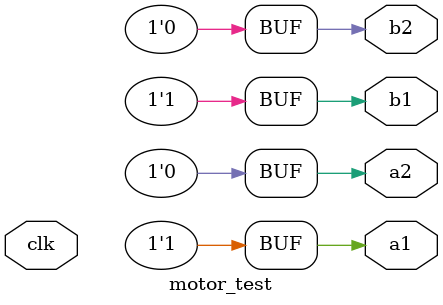
<source format=v>
module motor_test(
	input clk,
	output a1,
	output a2,
	output b1,
	output b2
	);
	assign b1 = 1;
	assign b2 = 0;
	assign a1 = 1;
	assign a2 = 0;
	
	endmodule
</source>
